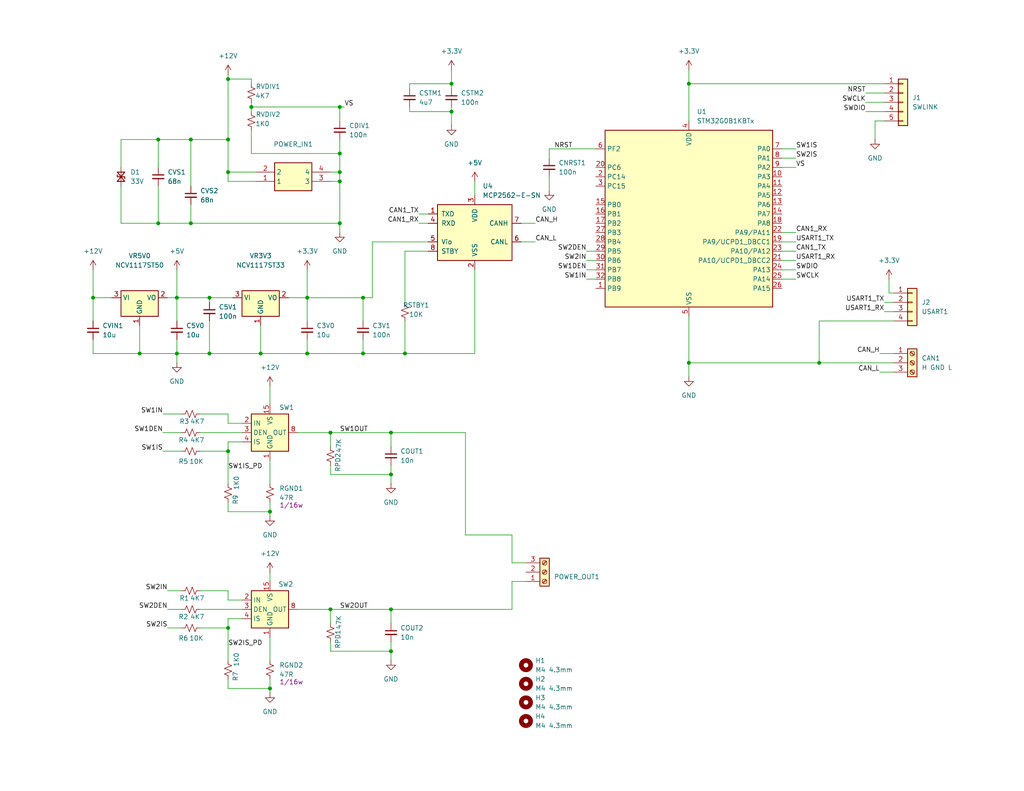
<source format=kicad_sch>
(kicad_sch (version 20250114) (generator "eeschema") (generator_version "9.0")
  (paper "USLetter")
  (title_block (title "Smart Dual High Side Switch") (date "2026-01-18") (rev "001") (company "Gordon McLellan"))
  (lib_symbols
    (symbol "Connector:Screw_Terminal_01x03" (pin_names (offset 1.016) (hide yes))
      (property "Reference" "J" (at 0 5.08 0))
      (property "Value" "Screw_Terminal_01x03" (at 0 -5.08 0))
      (symbol "Screw_Terminal_01x03_1_1"
        (rectangle (start -1.27 3.81) (end 1.27 -3.81) (stroke (width 0.254)) (fill (type background)))
        (polyline (pts (xy -0.5334 2.8702) (xy 0.3302 2.032)) (stroke (width 0.1524)))
        (polyline (pts (xy -0.5334 0.3302) (xy 0.3302 -0.508)) (stroke (width 0.1524)))
        (polyline (pts (xy -0.5334 -2.2098) (xy 0.3302 -3.048)) (stroke (width 0.1524)))
        (polyline (pts (xy -0.3556 3.048) (xy 0.508 2.2098)) (stroke (width 0.1524)))
        (polyline (pts (xy -0.3556 0.508) (xy 0.508 -0.3302)) (stroke (width 0.1524)))
        (polyline (pts (xy -0.3556 -2.032) (xy 0.508 -2.8702)) (stroke (width 0.1524)))
        (circle (center 0 2.54) (radius 0.635) (stroke (width 0.1524)))
        (circle (center 0 0) (radius 0.635) (stroke (width 0.1524)))
        (circle (center 0 -2.54) (radius 0.635) (stroke (width 0.1524)))
        (pin passive line (at -5.08 2.54 0) (length 3.81) (name "Pin_1") (number "1"))
        (pin passive line (at -5.08 0 0) (length 3.81) (name "Pin_2") (number "2"))
        (pin passive line (at -5.08 -2.54 0) (length 3.81) (name "Pin_3") (number "3"))
      )
    )
    (symbol "Connector_Generic:Conn_01x04" (pin_names (offset 1.016) (hide yes))
      (property "Reference" "J" (at 0 5.08 0))
      (property "Value" "Conn_01x04" (at 0 -7.62 0))
      (symbol "Conn_01x04_1_1"
        (rectangle (start -1.27 3.81) (end 1.27 -6.35) (stroke (width 0.254)) (fill (type background)))
        (rectangle (start -1.27 2.667) (end 0 2.413) (stroke (width 0.1524)))
        (rectangle (start -1.27 0.127) (end 0 -0.127) (stroke (width 0.1524)))
        (rectangle (start -1.27 -2.413) (end 0 -2.667) (stroke (width 0.1524)))
        (rectangle (start -1.27 -4.953) (end 0 -5.207) (stroke (width 0.1524)))
        (pin passive line (at -5.08 2.54 0) (length 3.81) (name "Pin_1") (number "1"))
        (pin passive line (at -5.08 0 0) (length 3.81) (name "Pin_2") (number "2"))
        (pin passive line (at -5.08 -2.54 0) (length 3.81) (name "Pin_3") (number "3"))
        (pin passive line (at -5.08 -5.08 0) (length 3.81) (name "Pin_4") (number "4"))
      )
    )
    (symbol "Connector_Generic:Conn_01x05" (pin_names (offset 1.016) (hide yes))
      (property "Reference" "J" (at 0 7.62 0))
      (property "Value" "Conn_01x05" (at 0 -7.62 0))
      (symbol "Conn_01x05_1_1"
        (rectangle (start -1.27 6.35) (end 1.27 -6.35) (stroke (width 0.254)) (fill (type background)))
        (rectangle (start -1.27 5.207) (end 0 4.953) (stroke (width 0.1524)))
        (rectangle (start -1.27 2.667) (end 0 2.413) (stroke (width 0.1524)))
        (rectangle (start -1.27 0.127) (end 0 -0.127) (stroke (width 0.1524)))
        (rectangle (start -1.27 -2.413) (end 0 -2.667) (stroke (width 0.1524)))
        (rectangle (start -1.27 -4.953) (end 0 -5.207) (stroke (width 0.1524)))
        (pin passive line (at -5.08 5.08 0) (length 3.81) (name "Pin_1") (number "1"))
        (pin passive line (at -5.08 2.54 0) (length 3.81) (name "Pin_2") (number "2"))
        (pin passive line (at -5.08 0 0) (length 3.81) (name "Pin_3") (number "3"))
        (pin passive line (at -5.08 -2.54 0) (length 3.81) (name "Pin_4") (number "4"))
        (pin passive line (at -5.08 -5.08 0) (length 3.81) (name "Pin_5") (number "5"))
      )
    )
    (symbol "Device:C_Small" (pin_numbers (hide yes)) (pin_names (offset 0.254) (hide yes))
      (property "Reference" "C" (at 0.254 1.778 0))
      (property "Value" "C_Small" (at 0.254 -2.032 0))
      (symbol "C_Small_0_1"
        (polyline (pts (xy -1.524 0.508) (xy 1.524 0.508)) (stroke (width 0.3048)))
        (polyline (pts (xy -1.524 -0.508) (xy 1.524 -0.508)) (stroke (width 0.3302)))
      )
      (symbol "C_Small_1_1"
        (pin passive line (at 0 2.54 270) (length 2.032) (name "~") (number "1"))
        (pin passive line (at 0 -2.54 90) (length 2.032) (name "~") (number "2"))
      )
    )
    (symbol "Device:D_TVS_Small" (pin_numbers (hide yes)) (pin_names (offset 1.016) (hide yes))
      (property "Reference" "D" (at 0 2.54 0))
      (property "Value" "D_TVS_Small" (at 0 -2.54 0))
      (symbol "D_TVS_Small_0_1"
        (polyline (pts (xy -1.27 1.016) (xy -1.27 -1.016) (xy 1.27 1.016) (xy 1.27 -1.016) (xy -1.27 1.016)) (stroke (width 0.254)))
        (polyline (pts (xy -1.27 0) (xy 1.27 0)))
        (polyline (pts (xy 0.508 1.016) (xy 0 1.016) (xy 0 -1.016) (xy -0.508 -1.016)) (stroke (width 0.254)))
      )
      (symbol "D_TVS_Small_1_1"
        (pin passive line (at -2.54 0 0) (length 1.27) (name "A1") (number "1"))
        (pin passive line (at 2.54 0 180) (length 1.27) (name "A2") (number "2"))
      )
    )
    (symbol "Device:R_Small_US" (pin_numbers (hide yes)) (pin_names (offset 0.254) (hide yes))
      (property "Reference" "R" (at 0.762 0.508 0))
      (property "Value" "R_Small_US" (at 0.762 -1.016 0))
      (symbol "R_Small_US_1_1"
        (polyline (pts (xy 0 1.524) (xy 1.016 1.143) (xy 0 0.762) (xy -1.016 0.381) (xy 0 0)))
        (polyline (pts (xy 0 0) (xy 1.016 -0.381) (xy 0 -0.762) (xy -1.016 -1.143) (xy 0 -1.524)))
        (pin passive line (at 0 2.54 270) (length 1.016) (name "~") (number "1"))
        (pin passive line (at 0 -2.54 90) (length 1.016) (name "~") (number "2"))
      )
    )
    (symbol "Interface_CAN_LIN:MCP2562-E-SN" (pin_names (offset 1.016))
      (property "Reference" "U" (at -10.16 8.89 0))
      (property "Value" "MCP2562-E-SN" (at 2.54 8.89 0))
      (symbol "MCP2562-E-SN_0_1"
        (rectangle (start -10.16 7.62) (end 10.16 -7.62) (stroke (width 0.254)) (fill (type background)))
      )
      (symbol "MCP2562-E-SN_1_1"
        (pin input line (at -12.7 5.08 0) (length 2.54) (name "TXD") (number "1"))
        (pin output line (at -12.7 2.54 0) (length 2.54) (name "RXD") (number "4"))
        (pin power_in line (at -12.7 -2.54 0) (length 2.54) (name "Vio") (number "5"))
        (pin input line (at -12.7 -5.08 0) (length 2.54) (name "STBY") (number "8"))
        (pin power_in line (at 0 10.16 270) (length 2.54) (name "VDD") (number "3"))
        (pin power_in line (at 0 -10.16 90) (length 2.54) (name "VSS") (number "2"))
        (pin bidirectional line (at 12.7 2.54 180) (length 2.54) (name "CANH") (number "7"))
        (pin bidirectional line (at 12.7 -2.54 180) (length 2.54) (name "CANL") (number "6"))
      )
    )
    (symbol "MCU_ST_STM32G0:STM32G0B1KBTx"
      (property "Reference" "U" (at -22.86 26.67 0))
      (property "Value" "STM32G0B1KBTx" (at 2.54 26.67 0))
      (symbol "STM32G0B1KBTx_0_1"
        (rectangle (start -22.86 -22.86) (end 22.86 25.4) (stroke (width 0.254)) (fill (type background)))
      )
      (symbol "STM32G0B1KBTx_1_1"
        (pin bidirectional line (at -25.4 20.32 0) (length 2.54) (name "PF2") (number "6"))
        (pin bidirectional line (at -25.4 15.24 0) (length 2.54) (name "PC6") (number "20"))
        (pin bidirectional line (at -25.4 12.7 0) (length 2.54) (name "PC14") (number "2"))
        (pin bidirectional line (at -25.4 10.16 0) (length 2.54) (name "PC15") (number "3"))
        (pin bidirectional line (at -25.4 5.08 0) (length 2.54) (name "PB0") (number "15"))
        (pin bidirectional line (at -25.4 2.54 0) (length 2.54) (name "PB1") (number "16"))
        (pin bidirectional line (at -25.4 0 0) (length 2.54) (name "PB2") (number "17"))
        (pin bidirectional line (at -25.4 -2.54 0) (length 2.54) (name "PB3") (number "27"))
        (pin bidirectional line (at -25.4 -5.08 0) (length 2.54) (name "PB4") (number "28"))
        (pin bidirectional line (at -25.4 -7.62 0) (length 2.54) (name "PB5") (number "29"))
        (pin bidirectional line (at -25.4 -10.16 0) (length 2.54) (name "PB6") (number "30"))
        (pin bidirectional line (at -25.4 -12.7 0) (length 2.54) (name "PB7") (number "31"))
        (pin bidirectional line (at -25.4 -15.24 0) (length 2.54) (name "PB8") (number "32"))
        (pin bidirectional line (at -25.4 -17.78 0) (length 2.54) (name "PB9") (number "1"))
        (pin power_in line (at 0 27.94 270) (length 2.54) (name "VDD") (number "4"))
        (pin power_in line (at 0 -25.4 90) (length 2.54) (name "VSS") (number "5"))
        (pin bidirectional line (at 25.4 20.32 180) (length 2.54) (name "PA0") (number "7"))
        (pin bidirectional line (at 25.4 17.78 180) (length 2.54) (name "PA1") (number "8"))
        (pin bidirectional line (at 25.4 15.24 180) (length 2.54) (name "PA2") (number "9"))
        (pin bidirectional line (at 25.4 12.7 180) (length 2.54) (name "PA3") (number "10"))
        (pin bidirectional line (at 25.4 10.16 180) (length 2.54) (name "PA4") (number "11"))
        (pin bidirectional line (at 25.4 7.62 180) (length 2.54) (name "PA5") (number "12"))
        (pin bidirectional line (at 25.4 5.08 180) (length 2.54) (name "PA6") (number "13"))
        (pin bidirectional line (at 25.4 2.54 180) (length 2.54) (name "PA7") (number "14"))
        (pin bidirectional line (at 25.4 0 180) (length 2.54) (name "PA8") (number "18"))
        (pin bidirectional line (at 25.4 -2.54 180) (length 2.54) (name "PA9/PA11") (number "22"))
        (pin bidirectional line (at 25.4 -5.08 180) (length 2.54) (name "PA9/UCPD1_DBCC1") (number "19"))
        (pin bidirectional line (at 25.4 -7.62 180) (length 2.54) (name "PA10/PA12") (number "23"))
        (pin bidirectional line (at 25.4 -10.16 180) (length 2.54) (name "PA10/UCPD1_DBCC2") (number "21"))
        (pin bidirectional line (at 25.4 -12.7 180) (length 2.54) (name "PA13") (number "24"))
        (pin bidirectional line (at 25.4 -15.24 180) (length 2.54) (name "PA14") (number "25"))
        (pin bidirectional line (at 25.4 -17.78 180) (length 2.54) (name "PA15") (number "26"))
      )
    )
    (symbol "Mechanical:MountingHole" (pin_names (offset 1.016)) (in_bom no)
      (property "Reference" "H" (at 0 5.08 0))
      (property "Value" "MountingHole" (at 0 3.175 0))
      (symbol "MountingHole_0_1"
        (circle (center 0 0) (radius 1.27) (stroke (width 1.27)))
      )
    )
    (symbol "PCM_SparkFun-Regulator:LM1117-3.3"
      (property "Reference" "U" (at -3.81 3.175 0))
      (property "Value" "LM1117-3.3" (at 0 3.175 0))
      (property "VMax" "15V" (at 0 -10.16 0) (show_name))
      (property "IMax" "800mA" (at 0 -12.7 0) (show_name))
      (symbol "LM1117-3.3_0_1"
        (rectangle (start -5.08 -5.08) (end 5.08 1.905) (stroke (width 0.254)) (fill (type background)))
      )
      (symbol "LM1117-3.3_1_1"
        (pin power_in line (at -7.62 0 0) (length 2.54) (name "VI") (number "3"))
        (pin power_in line (at 0 -7.62 90) (length 2.54) (name "GND") (number "1"))
        (pin power_out line (at 7.62 0 180) (length 2.54) (name "VO") (number "2"))
      )
    )
    (symbol "Power_Management:BTS7004-1EPP"
      (property "Reference" "U" (at -3.81 6.35 0))
      (property "Value" "BTS7004-1EPP" (at 7.62 6.35 0))
      (symbol "BTS7004-1EPP_0_1"
        (rectangle (start -5.08 5.08) (end 5.08 -5.08) (stroke (width 0.254)) (fill (type background)))
      )
      (symbol "BTS7004-1EPP_1_1"
        (pin input line (at -7.62 2.54 0) (length 2.54) (name "IN") (number "2"))
        (pin input line (at -7.62 0 0) (length 2.54) (name "DEN") (number "3"))
        (pin output line (at -7.62 -2.54 0) (length 2.54) (name "IS") (number "4"))
        (pin power_in line (at 0 7.62 270) (length 2.54) (name "VS") (number "15"))
        (pin power_in line (at 0 -7.62 90) (length 2.54) (name "GND") (number "1"))
        (pin no_connect line (at 5.08 5.08 180) (length 2.54) (hide yes) (name "NC") (number "5"))
        (pin no_connect line (at 5.08 2.54 180) (length 2.54) (hide yes) (name "NC") (number "6"))
        (pin no_connect line (at 5.08 -2.54 180) (length 2.54) (hide yes) (name "NC") (number "7"))
        (pin no_connect line (at 5.08 -5.08 180) (length 2.54) (hide yes) (name "NC") (number "11"))
        (pin passive line (at 7.62 0 180) (length 2.54) (hide yes) (name "OUT") (number "10"))
        (pin passive line (at 7.62 0 180) (length 2.54) (hide yes) (name "OUT") (number "12"))
        (pin passive line (at 7.62 0 180) (length 2.54) (hide yes) (name "OUT") (number "13"))
        (pin passive line (at 7.62 0 180) (length 2.54) (hide yes) (name "OUT") (number "14"))
        (pin power_out line (at 7.62 0 180) (length 2.54) (name "OUT") (number "8"))
        (pin passive line (at 7.62 0 180) (length 2.54) (hide yes) (name "OUT") (number "9"))
      )
    )
    (symbol "SamacSys_Parts:VP0265840000G"
      (property "Reference" "J" (at 16.51 7.62 0))
      (property "Value" "VP0265840000G" (at 16.51 5.08 0))
      (symbol "VP0265840000G_1_1"
        (rectangle (start 5.08 2.54) (end 15.24 -5.08) (stroke (width 0.254)) (fill (type background)))
        (pin passive line (at 0 0 0) (length 5.08) (name "2") (number "2"))
        (pin passive line (at 0 -2.54 0) (length 5.08) (name "1") (number "1"))
        (pin passive line (at 20.32 0 180) (length 5.08) (name "4") (number "4"))
        (pin passive line (at 20.32 -2.54 180) (length 5.08) (name "3") (number "3"))
      )
    )
    (symbol "power:+12V" (power) (pin_numbers (hide yes)) (pin_names (offset 0) (hide yes))
      (property "Value" "+12V" (at 0 3.556 0))
      (symbol "+12V_0_1"
        (polyline (pts (xy -0.762 1.27) (xy 0 2.54)))
        (polyline (pts (xy 0 2.54) (xy 0.762 1.27)))
        (polyline (pts (xy 0 0) (xy 0 2.54)))
      )
      (symbol "+12V_1_1"
        (pin power_in line (at 0 0 90) (length 0) (name "~") (number "1"))
      )
    )
    (symbol "power:+3.3V" (power) (pin_numbers (hide yes)) (pin_names (offset 0) (hide yes))
      (property "Value" "+3.3V" (at 0 3.556 0))
      (symbol "+3.3V_0_1"
        (polyline (pts (xy -0.762 1.27) (xy 0 2.54)))
        (polyline (pts (xy 0 2.54) (xy 0.762 1.27)))
        (polyline (pts (xy 0 0) (xy 0 2.54)))
      )
      (symbol "+3.3V_1_1"
        (pin power_in line (at 0 0 90) (length 0) (name "~") (number "1"))
      )
    )
    (symbol "power:+5V" (power) (pin_numbers (hide yes)) (pin_names (offset 0) (hide yes))
      (property "Value" "+5V" (at 0 3.556 0))
      (symbol "+5V_0_1"
        (polyline (pts (xy -0.762 1.27) (xy 0 2.54)))
        (polyline (pts (xy 0 2.54) (xy 0.762 1.27)))
        (polyline (pts (xy 0 0) (xy 0 2.54)))
      )
      (symbol "+5V_1_1"
        (pin power_in line (at 0 0 90) (length 0) (name "~") (number "1"))
      )
    )
    (symbol "power:GND" (power) (pin_numbers (hide yes)) (pin_names (offset 0) (hide yes))
      (property "Value" "GND" (at 0 -3.81 0))
      (symbol "GND_0_1"
        (polyline (pts (xy 0 0) (xy 0 -1.27) (xy 1.27 -1.27) (xy 0 -2.54) (xy -1.27 -1.27) (xy 0 -1.27)))
      )
      (symbol "GND_1_1"
        (pin power_in line (at 0 0 270) (length 0) (name "~") (number "1"))
      )
    )
  )
  (junction (at 92.71 41.91))
  (junction (at 83.82 96.52))
  (junction (at 99.06 81.28))
  (junction (at 43.18 38.1))
  (junction (at 62.23 21.59))
  (junction (at 187.96 22.86))
  (junction (at 62.23 38.1))
  (junction (at 90.17 118.11))
  (junction (at 90.17 166.37))
  (junction (at 92.71 29.21))
  (junction (at 48.26 96.52))
  (junction (at 123.19 30.48))
  (junction (at 92.71 60.96))
  (junction (at 52.07 38.1))
  (junction (at 48.26 81.28))
  (junction (at 62.23 171.45))
  (junction (at 106.68 129.54))
  (junction (at 62.23 123.19))
  (junction (at 73.66 139.7))
  (junction (at 25.4 81.28))
  (junction (at 38.1 96.52))
  (junction (at 223.52 99.06))
  (junction (at 92.71 49.53))
  (junction (at 57.15 81.28))
  (junction (at 73.66 187.96))
  (junction (at 187.96 99.06))
  (junction (at 106.68 118.11))
  (junction (at 62.23 46.99))
  (junction (at 106.68 166.37))
  (junction (at 99.06 96.52))
  (junction (at 110.49 96.52))
  (junction (at 57.15 96.52))
  (junction (at 92.71 46.99))
  (junction (at 52.07 60.96))
  (junction (at 43.18 60.96))
  (junction (at 123.19 22.86))
  (junction (at 106.68 177.8))
  (junction (at 68.58 29.21))
  (junction (at 71.12 96.52))
  (junction (at 83.82 81.28))
  (wire (pts (xy 68.58 22.86) (xy 68.58 21.59)))
  (wire (pts (xy 62.23 123.19) (xy 62.23 120.65)))
  (wire (pts (xy 187.96 99.06) (xy 187.96 102.87)))
  (wire (pts (xy 62.23 123.19) (xy 62.23 132.08)))
  (wire (pts (xy 90.17 49.53) (xy 92.71 49.53)))
  (wire (pts (xy 83.82 81.28) (xy 83.82 87.63)))
  (wire (pts (xy 223.52 87.63) (xy 223.52 99.06)))
  (wire (pts (xy 44.45 123.19) (xy 49.53 123.19)))
  (wire (pts (xy 99.06 81.28) (xy 83.82 81.28)))
  (wire (pts (xy 236.22 30.48) (xy 241.3 30.48)))
  (wire (pts (xy 33.02 38.1) (xy 43.18 38.1)))
  (wire (pts (xy 241.3 85.09) (xy 243.84 85.09)))
  (wire (pts (xy 116.84 66.04) (xy 101.6 66.04)))
  (wire (pts (xy 99.06 96.52) (xy 110.49 96.52)))
  (wire (pts (xy 106.68 166.37) (xy 139.7 166.37)))
  (wire (pts (xy 123.19 22.86) (xy 123.19 24.13)))
  (wire (pts (xy 52.07 60.96) (xy 92.71 60.96)))
  (wire (pts (xy 81.28 118.11) (xy 90.17 118.11)))
  (wire (pts (xy 68.58 27.94) (xy 68.58 29.21)))
  (wire (pts (xy 62.23 187.96) (xy 73.66 187.96)))
  (wire (pts (xy 90.17 118.11) (xy 106.68 118.11)))
  (wire (pts (xy 114.3 58.42) (xy 116.84 58.42)))
  (wire (pts (xy 73.66 156.21) (xy 73.66 158.75)))
  (wire (pts (xy 62.23 137.16) (xy 62.23 139.7)))
  (wire (pts (xy 111.76 30.48) (xy 123.19 30.48)))
  (wire (pts (xy 73.66 185.42) (xy 73.66 187.96)))
  (wire (pts (xy 101.6 66.04) (xy 101.6 81.28)))
  (wire (pts (xy 54.61 118.11) (xy 66.04 118.11)))
  (wire (pts (xy 30.48 81.28) (xy 25.4 81.28)))
  (wire (pts (xy 54.61 171.45) (xy 62.23 171.45)))
  (wire (pts (xy 48.26 96.52) (xy 48.26 99.06)))
  (wire (pts (xy 57.15 87.63) (xy 57.15 96.52)))
  (wire (pts (xy 54.61 166.37) (xy 66.04 166.37)))
  (wire (pts (xy 129.54 96.52) (xy 129.54 73.66)))
  (wire (pts (xy 68.58 29.21) (xy 92.71 29.21)))
  (wire (pts (xy 106.68 177.8) (xy 106.68 180.34)))
  (wire (pts (xy 33.02 60.96) (xy 43.18 60.96)))
  (wire (pts (xy 48.26 81.28) (xy 48.26 87.63)))
  (wire (pts (xy 240.03 96.52) (xy 243.84 96.52)))
  (wire (pts (xy 101.6 81.28) (xy 99.06 81.28)))
  (wire (pts (xy 68.58 29.21) (xy 68.58 30.48)))
  (wire (pts (xy 187.96 22.86) (xy 187.96 33.02)))
  (wire (pts (xy 90.17 129.54) (xy 106.68 129.54)))
  (wire (pts (xy 238.76 33.02) (xy 238.76 38.1)))
  (wire (pts (xy 83.82 81.28) (xy 83.82 73.66)))
  (wire (pts (xy 62.23 38.1) (xy 62.23 46.99)))
  (wire (pts (xy 139.7 158.75) (xy 143.51 158.75)))
  (wire (pts (xy 149.86 40.64) (xy 162.56 40.64)))
  (wire (pts (xy 62.23 21.59) (xy 68.58 21.59)))
  (wire (pts (xy 71.12 88.9) (xy 71.12 96.52)))
  (wire (pts (xy 73.66 137.16) (xy 73.66 139.7)))
  (wire (pts (xy 62.23 46.99) (xy 69.85 46.99)))
  (wire (pts (xy 213.36 45.72) (xy 217.17 45.72)))
  (wire (pts (xy 213.36 63.5) (xy 217.17 63.5)))
  (wire (pts (xy 90.17 118.11) (xy 90.17 121.92)))
  (wire (pts (xy 142.24 60.96) (xy 146.05 60.96)))
  (wire (pts (xy 243.84 87.63) (xy 223.52 87.63)))
  (wire (pts (xy 213.36 71.12) (xy 217.17 71.12)))
  (wire (pts (xy 78.74 81.28) (xy 83.82 81.28)))
  (wire (pts (xy 33.02 38.1) (xy 33.02 45.72)))
  (wire (pts (xy 92.71 29.21) (xy 93.98 29.21)))
  (wire (pts (xy 73.66 187.96) (xy 73.66 189.23)))
  (wire (pts (xy 81.28 166.37) (xy 90.17 166.37)))
  (wire (pts (xy 99.06 92.71) (xy 99.06 96.52)))
  (wire (pts (xy 62.23 46.99) (xy 62.23 49.53)))
  (wire (pts (xy 25.4 92.71) (xy 25.4 96.52)))
  (wire (pts (xy 149.86 48.26) (xy 149.86 52.07)))
  (wire (pts (xy 54.61 161.29) (xy 62.23 161.29)))
  (wire (pts (xy 213.36 76.2) (xy 217.17 76.2)))
  (wire (pts (xy 160.02 71.12) (xy 162.56 71.12)))
  (wire (pts (xy 213.36 66.04) (xy 217.17 66.04)))
  (wire (pts (xy 99.06 81.28) (xy 99.06 87.63)))
  (wire (pts (xy 73.66 173.99) (xy 73.66 180.34)))
  (wire (pts (xy 68.58 41.91) (xy 92.71 41.91)))
  (wire (pts (xy 38.1 88.9) (xy 38.1 96.52)))
  (wire (pts (xy 62.23 49.53) (xy 69.85 49.53)))
  (wire (pts (xy 45.72 171.45) (xy 49.53 171.45)))
  (wire (pts (xy 236.22 25.4) (xy 241.3 25.4)))
  (wire (pts (xy 90.17 177.8) (xy 106.68 177.8)))
  (wire (pts (xy 68.58 35.56) (xy 68.58 41.91)))
  (wire (pts (xy 111.76 22.86) (xy 123.19 22.86)))
  (wire (pts (xy 73.66 125.73) (xy 73.66 132.08)))
  (wire (pts (xy 127 146.05) (xy 127 118.11)))
  (wire (pts (xy 52.07 38.1) (xy 62.23 38.1)))
  (wire (pts (xy 90.17 127) (xy 90.17 129.54)))
  (wire (pts (xy 83.82 96.52) (xy 83.82 92.71)))
  (wire (pts (xy 110.49 96.52) (xy 110.49 87.63)))
  (wire (pts (xy 57.15 81.28) (xy 57.15 82.55)))
  (wire (pts (xy 241.3 33.02) (xy 238.76 33.02)))
  (wire (pts (xy 62.23 139.7) (xy 73.66 139.7)))
  (wire (pts (xy 90.17 166.37) (xy 90.17 170.18)))
  (wire (pts (xy 127 118.11) (xy 106.68 118.11)))
  (wire (pts (xy 92.71 60.96) (xy 92.71 63.5)))
  (wire (pts (xy 240.03 101.6) (xy 243.84 101.6)))
  (wire (pts (xy 241.3 82.55) (xy 243.84 82.55)))
  (wire (pts (xy 73.66 139.7) (xy 73.66 140.97)))
  (wire (pts (xy 25.4 96.52) (xy 38.1 96.52)))
  (wire (pts (xy 142.24 66.04) (xy 146.05 66.04)))
  (wire (pts (xy 62.23 163.83) (xy 66.04 163.83)))
  (wire (pts (xy 213.36 73.66) (xy 217.17 73.66)))
  (wire (pts (xy 106.68 175.26) (xy 106.68 177.8)))
  (wire (pts (xy 43.18 50.8) (xy 43.18 60.96)))
  (wire (pts (xy 123.19 30.48) (xy 123.19 34.29)))
  (wire (pts (xy 62.23 113.03) (xy 62.23 115.57)))
  (wire (pts (xy 44.45 113.03) (xy 49.53 113.03)))
  (wire (pts (xy 106.68 118.11) (xy 106.68 121.92)))
  (wire (pts (xy 62.23 120.65) (xy 66.04 120.65)))
  (wire (pts (xy 106.68 166.37) (xy 106.68 170.18)))
  (wire (pts (xy 139.7 153.67) (xy 139.7 146.05)))
  (wire (pts (xy 213.36 40.64) (xy 217.17 40.64)))
  (wire (pts (xy 90.17 175.26) (xy 90.17 177.8)))
  (wire (pts (xy 54.61 113.03) (xy 62.23 113.03)))
  (wire (pts (xy 25.4 81.28) (xy 25.4 87.63)))
  (wire (pts (xy 48.26 81.28) (xy 57.15 81.28)))
  (wire (pts (xy 57.15 96.52) (xy 71.12 96.52)))
  (wire (pts (xy 45.72 81.28) (xy 48.26 81.28)))
  (wire (pts (xy 127 146.05) (xy 139.7 146.05)))
  (wire (pts (xy 110.49 68.58) (xy 110.49 82.55)))
  (wire (pts (xy 92.71 46.99) (xy 90.17 46.99)))
  (wire (pts (xy 83.82 96.52) (xy 99.06 96.52)))
  (wire (pts (xy 139.7 153.67) (xy 143.51 153.67)))
  (wire (pts (xy 62.23 171.45) (xy 62.23 180.34)))
  (wire (pts (xy 62.23 161.29) (xy 62.23 163.83)))
  (wire (pts (xy 160.02 68.58) (xy 162.56 68.58)))
  (wire (pts (xy 48.26 73.66) (xy 48.26 81.28)))
  (wire (pts (xy 92.71 41.91) (xy 92.71 46.99)))
  (wire (pts (xy 111.76 24.13) (xy 111.76 22.86)))
  (wire (pts (xy 62.23 20.32) (xy 62.23 21.59)))
  (wire (pts (xy 243.84 80.01) (xy 242.57 80.01)))
  (wire (pts (xy 43.18 60.96) (xy 52.07 60.96)))
  (wire (pts (xy 187.96 99.06) (xy 223.52 99.06)))
  (wire (pts (xy 48.26 96.52) (xy 57.15 96.52)))
  (wire (pts (xy 160.02 76.2) (xy 162.56 76.2)))
  (wire (pts (xy 213.36 68.58) (xy 217.17 68.58)))
  (wire (pts (xy 43.18 38.1) (xy 52.07 38.1)))
  (wire (pts (xy 54.61 123.19) (xy 62.23 123.19)))
  (wire (pts (xy 149.86 40.64) (xy 149.86 43.18)))
  (wire (pts (xy 106.68 127) (xy 106.68 129.54)))
  (wire (pts (xy 62.23 171.45) (xy 62.23 168.91)))
  (wire (pts (xy 223.52 99.06) (xy 243.84 99.06)))
  (wire (pts (xy 92.71 49.53) (xy 92.71 60.96)))
  (wire (pts (xy 71.12 96.52) (xy 83.82 96.52)))
  (wire (pts (xy 33.02 50.8) (xy 33.02 60.96)))
  (wire (pts (xy 114.3 60.96) (xy 116.84 60.96)))
  (wire (pts (xy 242.57 76.2) (xy 242.57 80.01)))
  (wire (pts (xy 139.7 158.75) (xy 139.7 166.37)))
  (wire (pts (xy 90.17 166.37) (xy 106.68 166.37)))
  (wire (pts (xy 73.66 105.41) (xy 73.66 110.49)))
  (wire (pts (xy 116.84 68.58) (xy 110.49 68.58)))
  (wire (pts (xy 52.07 55.88) (xy 52.07 60.96)))
  (wire (pts (xy 45.72 161.29) (xy 49.53 161.29)))
  (wire (pts (xy 123.19 29.21) (xy 123.19 30.48)))
  (wire (pts (xy 44.45 118.11) (xy 49.53 118.11)))
  (wire (pts (xy 187.96 19.05) (xy 187.96 22.86)))
  (wire (pts (xy 45.72 166.37) (xy 49.53 166.37)))
  (wire (pts (xy 92.71 38.1) (xy 92.71 41.91)))
  (wire (pts (xy 52.07 38.1) (xy 52.07 50.8)))
  (wire (pts (xy 111.76 29.21) (xy 111.76 30.48)))
  (wire (pts (xy 213.36 43.18) (xy 217.17 43.18)))
  (wire (pts (xy 92.71 29.21) (xy 92.71 33.02)))
  (wire (pts (xy 106.68 129.54) (xy 106.68 132.08)))
  (wire (pts (xy 160.02 73.66) (xy 162.56 73.66)))
  (wire (pts (xy 236.22 27.94) (xy 241.3 27.94)))
  (wire (pts (xy 123.19 19.05) (xy 123.19 22.86)))
  (wire (pts (xy 129.54 49.53) (xy 129.54 53.34)))
  (wire (pts (xy 25.4 81.28) (xy 25.4 73.66)))
  (wire (pts (xy 187.96 22.86) (xy 241.3 22.86)))
  (wire (pts (xy 62.23 115.57) (xy 66.04 115.57)))
  (wire (pts (xy 57.15 81.28) (xy 63.5 81.28)))
  (wire (pts (xy 62.23 185.42) (xy 62.23 187.96)))
  (wire (pts (xy 187.96 86.36) (xy 187.96 99.06)))
  (wire (pts (xy 48.26 92.71) (xy 48.26 96.52)))
  (wire (pts (xy 38.1 96.52) (xy 48.26 96.52)))
  (wire (pts (xy 43.18 38.1) (xy 43.18 45.72)))
  (wire (pts (xy 62.23 21.59) (xy 62.23 38.1)))
  (wire (pts (xy 62.23 168.91) (xy 66.04 168.91)))
  (wire (pts (xy 92.71 46.99) (xy 92.71 49.53)))
  (wire (pts (xy 110.49 96.52) (xy 129.54 96.52)))
  (label "VS" (at 217.17 45.72 0))
  (label "VS" (at 93.98 29.21 0))
  (label "CAN1_TX" (at 217.17 68.58 0))
  (label "NRST" (at 236.22 25.4 180))
  (label "SW2IN" (at 45.72 161.29 180))
  (label "SW1DEN" (at 160.02 73.66 180))
  (label "CAN1_RX" (at 217.17 63.5 0))
  (label "SW1OUT" (at 92.71 118.11 0))
  (label "CAN1_RX" (at 114.3 60.96 180))
  (label "SWCLK" (at 217.17 76.2 0))
  (label "SW2IS_PD" (at 62.23 176.53 0))
  (label "SWDIO" (at 236.22 30.48 180))
  (label "CAN_H" (at 146.05 60.96 0))
  (label "SW1IN" (at 44.45 113.03 180))
  (label "SW1IN" (at 160.02 76.2 180))
  (label "USART1_RX" (at 241.3 85.09 180))
  (label "CAN_H" (at 240.03 96.52 180))
  (label "SW2OUT" (at 92.71 166.37 0))
  (label "SW1DEN" (at 44.45 118.11 180))
  (label "USART1_TX" (at 241.3 82.55 180))
  (label "NRST" (at 156.21 40.64 180))
  (label "CAN_L" (at 240.03 101.6 180))
  (label "CAN_L" (at 146.05 66.04 0))
  (label "SW2DEN" (at 160.02 68.58 180))
  (label "SW2DEN" (at 45.72 166.37 180))
  (label "SW1IS" (at 217.17 40.64 0))
  (label "SWCLK" (at 236.22 27.94 180))
  (label "SW1IS_PD" (at 62.23 128.27 0))
  (label "SWDIO" (at 217.17 73.66 0))
  (label "SW2IS" (at 45.72 171.45 180))
  (label "USART1_RX" (at 217.17 71.12 0))
  (label "CAN1_TX" (at 114.3 58.42 180))
  (label "SW2IS" (at 217.17 43.18 0))
  (label "SW2IN" (at 160.02 71.12 180))
  (label "USART1_TX" (at 217.17 66.04 0))
  (label "SW1IS" (at 44.45 123.19 180))
  (symbol (lib_id "Connector:Screw_Terminal_01x03") (at 148.59 156.21 0) (mirror x) (unit 1)
    (property "Reference" "POWER_OUT1" (at 151.13 157.4801 0) (effects (justify left)))
    (property "Footprint" "TerminalBlock_Phoenix:TerminalBlock_Phoenix_MKDS-1,5-3-5.08_1x03_P5.08mm_Horizontal" (effects (hide yes)))
    (property "Description" "Generic screw terminal, single row, 01x03, script generated (kicad-library-utils/schlib/autogen/connector/)" (effects (hide yes)))
  )
  (symbol (lib_id "power:+5V") (at 48.26 73.66 0) (unit 1)
    (property "Reference" "#PWR012" (effects (hide yes)))
    (property "Value" "+5V" (at 48.26 68.58 0))
    (property "Description" "Power symbol creates a global label with name \"+5V\"" (effects (hide yes)))
  )
  (symbol (lib_id "Mechanical:MountingHole") (at 143.51 196.85 0) (unit 1) (in_bom no)
    (property "Reference" "H4" (at 146.05 195.5799 0) (effects (justify left)))
    (property "Value" "M4 4.3mm" (at 146.05 198.1199 0) (effects (justify left)))
    (property "Footprint" "MountingHole:MountingHole_4.3mm_M4" (effects (hide yes)))
    (property "Description" "Mounting Hole without connection" (effects (hide yes)))
  )
  (symbol (lib_id "Power_Management:BTS7004-1EPP") (at 73.66 166.37 0) (unit 1)
    (property "Reference" "SW2" (at 77.978 159.512 0))
    (property "Value" "BTS7002-1EPP" (effects (hide yes)))
    (property "Footprint" "SamacSys_Parts:SOP65P600X115-15N" (effects (hide yes)))
    (property "Datasheet" "https://mm.digikey.com/Volume0/opasdata/d220001/medias/docus/743/BTS7002-1EPP_v1.03_4-29-19.pdf" (effects (hide yes)))
    (property "Description" "Smart High-Side Power Switch, PROFET, One Channel, 12V, 21A" (effects (hide yes)))
  )
  (symbol (lib_id "Device:C_Small") (at 92.71 35.56 0) (unit 1)
    (property "Reference" "CDIV1" (at 95.25 34.2962 0) (effects (justify left)))
    (property "Value" "100n" (at 95.25 36.8362 0) (effects (justify left)))
    (property "Footprint" "Capacitor_SMD:C_0603_1608Metric_Pad1.08x0.95mm_HandSolder" (effects (hide yes)))
    (property "Description" "Unpolarized capacitor, small symbol" (effects (hide yes)))
  )
  (symbol (lib_id "power:GND") (at 106.68 132.08 0) (unit 1)
    (property "Reference" "#PWR07" (effects (hide yes)))
    (property "Value" "GND" (at 106.68 137.16 0))
    (property "Description" "Power symbol creates a global label with name \"GND\" , ground" (effects (hide yes)))
  )
  (symbol (lib_id "power:+12V") (at 25.4 73.66 0) (unit 1)
    (property "Reference" "#PWR011" (effects (hide yes)))
    (property "Value" "+12V" (at 25.4 68.58 0))
    (property "Description" "Power symbol creates a global label with name \"+12V\"" (effects (hide yes)))
  )
  (symbol (lib_id "Power_Management:BTS7004-1EPP") (at 73.66 118.11 0) (unit 1)
    (property "Reference" "SW1" (at 78.232 111.252 0))
    (property "Value" "BTS7002-1EPP" (effects (hide yes)))
    (property "Footprint" "SamacSys_Parts:SOP65P600X115-15N" (effects (hide yes)))
    (property "Datasheet" "https://mm.digikey.com/Volume0/opasdata/d220001/medias/docus/743/BTS7002-1EPP_v1.03_4-29-19.pdf" (effects (hide yes)))
    (property "Description" "Smart High-Side Power Switch, PROFET, One Channel, 12V, 21A" (effects (hide yes)))
  )
  (symbol (lib_id "Device:R_Small_US") (at 73.66 182.88 0) (unit 1)
    (property "Reference" "RGND2" (at 76.2 181.6099 0) (effects (justify left)))
    (property "Value" "47R" (at 76.2 184.1499 0) (effects (justify left)))
    (property "Footprint" "Resistor_SMD:R_0603_1608Metric_Pad0.98x0.95mm_HandSolder" (effects (hide yes)))
    (property "Description" "Resistor, small US symbol" (effects (hide yes)))
    (property "Wattage" "1/16w" (at 79.502 186.182 0))
  )
  (symbol (lib_id "power:GND") (at 149.86 52.07 0) (unit 1)
    (property "Reference" "#PWR020" (effects (hide yes)))
    (property "Value" "GND" (at 149.86 57.15 0))
    (property "Description" "Power symbol creates a global label with name \"GND\" , ground" (effects (hide yes)))
  )
  (symbol (lib_id "Device:C_Small") (at 83.82 90.17 0) (unit 1)
    (property "Reference" "C3V0" (at 86.36 88.9062 0) (effects (justify left)))
    (property "Value" "10u" (at 86.36 91.4462 0) (effects (justify left)))
    (property "Footprint" "Capacitor_SMD:C_0805_2012Metric_Pad1.18x1.45mm_HandSolder" (effects (hide yes)))
    (property "Description" "Unpolarized capacitor, small symbol" (effects (hide yes)))
  )
  (symbol (lib_id "Device:R_Small_US") (at 110.49 85.09 180) (unit 1)
    (property "Reference" "RSTBY1" (at 113.538 83.312 0))
    (property "Value" "10K" (at 113.538 85.852 0))
    (property "Footprint" "Resistor_SMD:R_0603_1608Metric_Pad0.98x0.95mm_HandSolder" (effects (hide yes)))
    (property "Description" "Resistor, small US symbol" (effects (hide yes)))
  )
  (symbol (lib_id "power:+3.3V") (at 187.96 19.05 0) (unit 1)
    (property "Reference" "#PWR017" (effects (hide yes)))
    (property "Value" "+3.3V" (at 187.96 13.97 0))
    (property "Description" "Power symbol creates a global label with name \"+3.3V\"" (effects (hide yes)))
  )
  (symbol (lib_id "power:GND") (at 48.26 99.06 0) (unit 1)
    (property "Reference" "#PWR014" (effects (hide yes)))
    (property "Value" "GND" (at 48.26 104.14 0))
    (property "Description" "Power symbol creates a global label with name \"GND\" , ground" (effects (hide yes)))
  )
  (symbol (lib_id "Device:R_Small_US") (at 68.58 25.4 180) (unit 1)
    (property "Reference" "RVDIV1" (at 73.152 23.622 0))
    (property "Value" "4K7" (at 71.628 26.162 0))
    (property "Footprint" "Resistor_SMD:R_0603_1608Metric_Pad0.98x0.95mm_HandSolder" (effects (hide yes)))
    (property "Description" "Resistor, small US symbol" (effects (hide yes)))
  )
  (symbol (lib_id "Device:C_Small") (at 48.26 90.17 0) (unit 1)
    (property "Reference" "C5V0" (at 50.8 88.9062 0) (effects (justify left)))
    (property "Value" "10u" (at 50.8 91.4462 0) (effects (justify left)))
    (property "Footprint" "Capacitor_SMD:C_0805_2012Metric_Pad1.18x1.45mm_HandSolder" (effects (hide yes)))
    (property "Description" "Unpolarized capacitor, small symbol" (effects (hide yes)))
  )
  (symbol (lib_id "power:+12V") (at 62.23 20.32 0) (unit 1)
    (property "Reference" "#PWR010" (effects (hide yes)))
    (property "Value" "+12V" (at 62.23 15.24 0))
    (property "Description" "Power symbol creates a global label with name \"+12V\"" (effects (hide yes)))
  )
  (symbol (lib_id "power:+3.3V") (at 83.82 73.66 0) (unit 1)
    (property "Reference" "#PWR013" (effects (hide yes)))
    (property "Value" "+3.3V" (at 83.82 68.58 0))
    (property "Description" "Power symbol creates a global label with name \"+3.3V\"" (effects (hide yes)))
  )
  (symbol (lib_id "Device:R_Small_US") (at 62.23 134.62 180) (unit 1)
    (property "Reference" "R9" (at 64.262 136.398 90))
    (property "Value" "1K0" (at 64.516 131.826 90))
    (property "Footprint" "Resistor_SMD:R_0603_1608Metric_Pad0.98x0.95mm_HandSolder" (effects (hide yes)))
    (property "Description" "Resistor, small US symbol" (effects (hide yes)))
  )
  (symbol (lib_id "Device:R_Small_US") (at 52.07 166.37 90) (unit 1)
    (property "Reference" "R2" (at 50.038 168.402 90))
    (property "Value" "4K7" (at 53.848 168.402 90))
    (property "Footprint" "Resistor_SMD:R_0603_1608Metric_Pad0.98x0.95mm_HandSolder" (effects (hide yes)))
    (property "Description" "Resistor, small US symbol" (effects (hide yes)))
  )
  (symbol (lib_id "Interface_CAN_LIN:MCP2562-E-SN") (at 129.54 63.5 0) (unit 1)
    (property "Reference" "U4" (at 131.6833 50.8 0) (effects (justify left)))
    (property "Value" "MCP2562-E-SN" (at 131.6833 53.34 0) (effects (justify left)))
    (property "Footprint" "Package_SO:SOIC-8_3.9x4.9mm_P1.27mm" (effects (hide yes)))
    (property "Datasheet" "http://ww1.microchip.com/downloads/en/DeviceDoc/25167A.pdf" (effects (hide yes)))
    (property "Description" "High-Speed CAN Transceiver, 1Mbps, 5V supply, Vio pin, -40C to +125C, SOIC-8" (effects (hide yes)))
  )
  (symbol (lib_id "power:GND") (at 238.76 38.1 0) (unit 1)
    (property "Reference" "#PWR08" (effects (hide yes)))
    (property "Value" "GND" (at 238.76 43.18 0))
    (property "Description" "Power symbol creates a global label with name \"GND\" , ground" (effects (hide yes)))
  )
  (symbol (lib_id "Mechanical:MountingHole") (at 143.51 186.69 0) (unit 1) (in_bom no)
    (property "Reference" "H2" (at 146.05 185.4199 0) (effects (justify left)))
    (property "Value" "M4 4.3mm" (at 146.05 187.9599 0) (effects (justify left)))
    (property "Footprint" "MountingHole:MountingHole_4.3mm_M4" (effects (hide yes)))
    (property "Description" "Mounting Hole without connection" (effects (hide yes)))
  )
  (symbol (lib_id "power:+12V") (at 73.66 156.21 0) (unit 1)
    (property "Reference" "#PWR02" (effects (hide yes)))
    (property "Value" "+12V" (at 73.66 151.13 0))
    (property "Description" "Power symbol creates a global label with name \"+12V\"" (effects (hide yes)))
  )
  (symbol (lib_id "power:GND") (at 106.68 180.34 0) (unit 1)
    (property "Reference" "#PWR05" (effects (hide yes)))
    (property "Value" "GND" (at 106.68 185.42 0))
    (property "Description" "Power symbol creates a global label with name \"GND\" , ground" (effects (hide yes)))
  )
  (symbol (lib_id "Connector:Screw_Terminal_01x03") (at 248.92 99.06 0) (unit 1)
    (property "Reference" "CAN1" (at 251.46 97.7899 0) (effects (justify left)))
    (property "Value" "H GND L" (at 251.46 100.3299 0) (effects (justify left)))
    (property "Footprint" "TerminalBlock_Phoenix:TerminalBlock_Phoenix_MKDS-1,5-3-5.08_1x03_P5.08mm_Horizontal" (effects (hide yes)))
    (property "Description" "Generic screw terminal, single row, 01x03, script generated (kicad-library-utils/schlib/autogen/connector/)" (effects (hide yes)))
  )
  (symbol (lib_id "Device:C_Small") (at 111.76 26.67 0) (unit 1)
    (property "Reference" "CSTM1" (at 114.3 25.4062 0) (effects (justify left)))
    (property "Value" "4u7" (at 114.3 27.9462 0) (effects (justify left)))
    (property "Footprint" "Capacitor_SMD:C_0805_2012Metric_Pad1.18x1.45mm_HandSolder" (effects (hide yes)))
    (property "Description" "Unpolarized capacitor, small symbol" (effects (hide yes)))
  )
  (symbol (lib_id "SamacSys_Parts:VP0265840000G") (at 69.85 46.99 0) (unit 1)
    (property "Reference" "POWER_IN1" (at 80.01 39.37 0))
    (property "Value" "PWRIN" (effects (hide yes)))
    (property "Footprint" "VP0265840000G" (effects (hide yes)))
    (property "Description" "PCB TERMINAL BLOCKS RISING CLAMP" (effects (hide yes)))
    (property "Height" "28.65" (effects (hide yes)))
    (property "Mouser Part Number" "649-VP02658400J0G" (effects (hide yes)))
    (property "Mouser Price/Stock" "https://www.mouser.co.uk/ProductDetail/Amphenol-Anytek/VP0265840000G?qs=Mv7BduZupUiuXKFvj82fng%3D%3D" (effects (hide yes)))
    (property "Manufacturer_Name" "Amphenol" (effects (hide yes)))
    (property "Manufacturer_Part_Number" "VP0265840000G" (effects (hide yes)))
  )
  (symbol (lib_id "power:+3.3V") (at 123.19 19.05 0) (unit 1)
    (property "Reference" "#PWR018" (effects (hide yes)))
    (property "Value" "+3.3V" (at 123.19 13.97 0))
    (property "Description" "Power symbol creates a global label with name \"+3.3V\"" (effects (hide yes)))
  )
  (symbol (lib_id "Device:R_Small_US") (at 52.07 123.19 90) (unit 1)
    (property "Reference" "R5" (at 50.038 125.984 90))
    (property "Value" "10K" (at 53.594 125.984 90))
    (property "Footprint" "Resistor_SMD:R_0603_1608Metric_Pad0.98x0.95mm_HandSolder" (effects (hide yes)))
    (property "Description" "Resistor, small US symbol" (effects (hide yes)))
  )
  (symbol (lib_id "Device:R_Small_US") (at 52.07 171.45 90) (unit 1)
    (property "Reference" "R6" (at 50.038 174.244 90))
    (property "Value" "10K" (at 53.594 174.244 90))
    (property "Footprint" "Resistor_SMD:R_0603_1608Metric_Pad0.98x0.95mm_HandSolder" (effects (hide yes)))
    (property "Description" "Resistor, small US symbol" (effects (hide yes)))
  )
  (symbol (lib_id "Device:C_Small") (at 99.06 90.17 0) (unit 1)
    (property "Reference" "C3V1" (at 101.6 88.9062 0) (effects (justify left)))
    (property "Value" "100n" (at 101.6 91.4462 0) (effects (justify left)))
    (property "Footprint" "Capacitor_SMD:C_0603_1608Metric_Pad1.08x0.95mm_HandSolder" (effects (hide yes)))
    (property "Description" "Unpolarized capacitor, small symbol" (effects (hide yes)))
  )
  (symbol (lib_id "Device:C_Small") (at 149.86 45.72 0) (unit 1)
    (property "Reference" "CNRST1" (at 152.4 44.4562 0) (effects (justify left)))
    (property "Value" "100n" (at 152.4 46.9962 0) (effects (justify left)))
    (property "Footprint" "Capacitor_SMD:C_0603_1608Metric_Pad1.08x0.95mm_HandSolder" (effects (hide yes)))
    (property "Description" "Unpolarized capacitor, small symbol" (effects (hide yes)))
  )
  (symbol (lib_id "Device:C_Small") (at 106.68 124.46 0) (unit 1)
    (property "Reference" "COUT1" (at 109.22 123.1962 0) (effects (justify left)))
    (property "Value" "10n" (at 109.22 125.7362 0) (effects (justify left)))
    (property "Footprint" "Capacitor_SMD:C_0603_1608Metric_Pad1.08x0.95mm_HandSolder" (effects (hide yes)))
    (property "Description" "Unpolarized capacitor, small symbol" (effects (hide yes)))
  )
  (symbol (lib_id "Device:C_Small") (at 123.19 26.67 0) (unit 1)
    (property "Reference" "CSTM2" (at 125.73 25.4062 0) (effects (justify left)))
    (property "Value" "100n" (at 125.73 27.9462 0) (effects (justify left)))
    (property "Footprint" "Capacitor_SMD:C_0603_1608Metric_Pad1.08x0.95mm_HandSolder" (effects (hide yes)))
    (property "Description" "Unpolarized capacitor, small symbol" (effects (hide yes)))
  )
  (symbol (lib_id "PCM_SparkFun-Regulator:LM1117-3.3") (at 38.1 81.28 0) (unit 1)
    (property "Reference" "VR5V0" (at 38.1 69.85 0))
    (property "Value" "NCV1117ST50" (at 38.1 72.39 0))
    (property "Footprint" "PCM_SparkFun-Semiconductor-Standard:SOT-223-3_TabPin2" (effects (hide yes)))
    (property "Datasheet" "https://www.onsemi.com/download/data-sheet/pdf/ncp1117-d.pdf" (effects (hide yes)))
    (property "Description" "800mA Low-Dropout Linear Regulator, 3.3V fixed output, SOT-223" (effects (hide yes)))
    (property "PROD_ID" "IC-26292" (effects (hide yes)))
    (property "VMax" "15V" (effects (hide yes)))
    (property "IMax" "800mA" (effects (hide yes)))
  )
  (symbol (lib_id "Mechanical:MountingHole") (at 143.51 191.77 0) (unit 1) (in_bom no)
    (property "Reference" "H3" (at 146.05 190.4999 0) (effects (justify left)))
    (property "Value" "M4 4.3mm" (at 146.05 193.0399 0) (effects (justify left)))
    (property "Footprint" "MountingHole:MountingHole_4.3mm_M4" (effects (hide yes)))
    (property "Description" "Mounting Hole without connection" (effects (hide yes)))
  )
  (symbol (lib_id "Device:R_Small_US") (at 52.07 161.29 90) (unit 1)
    (property "Reference" "R1" (at 50.292 163.322 90))
    (property "Value" "4K7" (at 53.848 163.322 90))
    (property "Footprint" "Resistor_SMD:R_0603_1608Metric_Pad0.98x0.95mm_HandSolder" (effects (hide yes)))
    (property "Description" "Resistor, small US symbol" (effects (hide yes)))
  )
  (symbol (lib_id "Device:R_Small_US") (at 73.66 134.62 0) (unit 1)
    (property "Reference" "RGND1" (at 76.2 133.3499 0) (effects (justify left)))
    (property "Value" "47R" (at 76.2 135.8899 0) (effects (justify left)))
    (property "Footprint" "Resistor_SMD:R_0603_1608Metric_Pad0.98x0.95mm_HandSolder" (effects (hide yes)))
    (property "Description" "Resistor, small US symbol" (effects (hide yes)))
    (property "Wattage" "1/16w" (at 79.502 137.922 0))
  )
  (symbol (lib_id "Device:R_Small_US") (at 52.07 113.03 90) (unit 1)
    (property "Reference" "R3" (at 50.292 115.062 90))
    (property "Value" "4K7" (at 53.848 115.062 90))
    (property "Footprint" "Resistor_SMD:R_0603_1608Metric_Pad0.98x0.95mm_HandSolder" (effects (hide yes)))
    (property "Description" "Resistor, small US symbol" (effects (hide yes)))
  )
  (symbol (lib_id "Device:C_Small") (at 57.15 85.09 0) (unit 1)
    (property "Reference" "C5V1" (at 59.69 83.8262 0) (effects (justify left)))
    (property "Value" "100n" (at 59.69 86.3662 0) (effects (justify left)))
    (property "Footprint" "Capacitor_SMD:C_0603_1608Metric_Pad1.08x0.95mm_HandSolder" (effects (hide yes)))
    (property "Description" "Unpolarized capacitor, small symbol" (effects (hide yes)))
  )
  (symbol (lib_id "Connector_Generic:Conn_01x05") (at 246.38 27.94 0) (unit 1)
    (property "Reference" "J1" (at 248.92 26.6699 0) (effects (justify left)))
    (property "Value" "SWLINK" (at 248.92 29.2099 0) (effects (justify left)))
    (property "Footprint" "PCM_SparkFun-Connector:1x05_P2.54mm_Locking" (effects (hide yes)))
    (property "Description" "Generic connector, single row, 01x05, script generated (kicad-library-utils/schlib/autogen/connector/)" (effects (hide yes)))
  )
  (symbol (lib_id "Device:C_Small") (at 43.18 48.26 0) (unit 1)
    (property "Reference" "CVS1" (at 45.72 46.9962 0) (effects (justify left)))
    (property "Value" "68n" (at 45.72 49.5362 0) (effects (justify left)))
    (property "Footprint" "Capacitor_SMD:C_0603_1608Metric_Pad1.08x0.95mm_HandSolder" (effects (hide yes)))
    (property "Description" "Unpolarized capacitor, small symbol" (effects (hide yes)))
  )
  (symbol (lib_id "Mechanical:MountingHole") (at 143.51 181.61 0) (unit 1) (in_bom no)
    (property "Reference" "H1" (at 146.05 180.3399 0) (effects (justify left)))
    (property "Value" "M4 4.3mm" (at 146.05 182.8799 0) (effects (justify left)))
    (property "Footprint" "MountingHole:MountingHole_4.3mm_M4" (effects (hide yes)))
    (property "Description" "Mounting Hole without connection" (effects (hide yes)))
  )
  (symbol (lib_id "Device:C_Small") (at 25.4 90.17 0) (unit 1)
    (property "Reference" "CVIN1" (at 27.94 88.9062 0) (effects (justify left)))
    (property "Value" "10u" (at 27.94 91.4462 0) (effects (justify left)))
    (property "Footprint" "Capacitor_SMD:C_1206_3216Metric_Pad1.33x1.80mm_HandSolder" (effects (hide yes)))
    (property "Description" "Unpolarized capacitor, small symbol" (effects (hide yes)))
  )
  (symbol (lib_id "power:+12V") (at 73.66 105.41 0) (unit 1)
    (property "Reference" "#PWR01" (effects (hide yes)))
    (property "Value" "+12V" (at 73.66 100.33 0))
    (property "Description" "Power symbol creates a global label with name \"+12V\"" (effects (hide yes)))
  )
  (symbol (lib_id "MCU_ST_STM32G0:STM32G0B1KBTx") (at 187.96 60.96 0) (unit 1)
    (property "Reference" "U1" (at 190.1033 30.48 0) (effects (justify left)))
    (property "Value" "STM32G0B1KBTx" (at 190.1033 33.02 0) (effects (justify left)))
    (property "Footprint" "Package_QFP:LQFP-32_7x7mm_P0.8mm" (effects (hide yes)))
    (property "Datasheet" "https://www.st.com/resource/en/datasheet/stm32g0b1kb.pdf" (effects (hide yes)))
    (property "Description" "STMicroelectronics Arm Cortex-M0+ MCU, 128KB flash, 144KB RAM, 64 MHz, 1.7-3.6V, 30 GPIO, LQFP32" (effects (hide yes)))
  )
  (symbol (lib_id "Device:D_TVS_Small") (at 33.02 48.26 90) (unit 1)
    (property "Reference" "D1" (at 35.56 46.9899 90) (effects (justify right)))
    (property "Value" "33V" (at 35.56 49.5299 90) (effects (justify right)))
    (property "Footprint" "Diode_SMD:D_SMA_Handsoldering" (effects (hide yes)))
    (property "Description" "Bidirectional transient-voltage-suppression diode, small symbol" (effects (hide yes)))
  )
  (symbol (lib_id "Connector_Generic:Conn_01x04") (at 248.92 82.55 0) (unit 1)
    (property "Reference" "J2" (at 251.46 82.5499 0) (effects (justify left)))
    (property "Value" "USART1" (at 251.46 85.0899 0) (effects (justify left)))
    (property "Footprint" "PCM_SparkFun-Connector:1x04_P2.54mm_Locking" (effects (hide yes)))
    (property "Description" "Generic connector, single row, 01x04, script generated (kicad-library-utils/schlib/autogen/connector/)" (effects (hide yes)))
  )
  (symbol (lib_id "power:GND") (at 187.96 102.87 0) (unit 1)
    (property "Reference" "#PWR016" (effects (hide yes)))
    (property "Value" "GND" (at 187.96 107.95 0))
    (property "Description" "Power symbol creates a global label with name \"GND\" , ground" (effects (hide yes)))
  )
  (symbol (lib_id "Device:C_Small") (at 106.68 172.72 0) (unit 1)
    (property "Reference" "COUT2" (at 109.22 171.4562 0) (effects (justify left)))
    (property "Value" "10n" (at 109.22 173.9962 0) (effects (justify left)))
    (property "Footprint" "Capacitor_SMD:C_0603_1608Metric_Pad1.08x0.95mm_HandSolder" (effects (hide yes)))
    (property "Description" "Unpolarized capacitor, small symbol" (effects (hide yes)))
  )
  (symbol (lib_id "power:+3.3V") (at 242.57 76.2 0) (unit 1)
    (property "Reference" "#PWR021" (effects (hide yes)))
    (property "Value" "+3.3V" (at 242.57 71.12 0))
    (property "Description" "Power symbol creates a global label with name \"+3.3V\"" (effects (hide yes)))
  )
  (symbol (lib_id "power:GND") (at 73.66 140.97 0) (unit 1)
    (property "Reference" "#PWR04" (effects (hide yes)))
    (property "Value" "GND" (at 73.66 146.05 0))
    (property "Description" "Power symbol creates a global label with name \"GND\" , ground" (effects (hide yes)))
  )
  (symbol (lib_id "Device:R_Small_US") (at 90.17 124.46 180) (unit 1)
    (property "Reference" "RPD2" (at 92.202 126.238 90))
    (property "Value" "47K" (at 92.456 121.666 90))
    (property "Footprint" "Resistor_SMD:R_0603_1608Metric_Pad0.98x0.95mm_HandSolder" (effects (hide yes)))
    (property "Description" "Resistor, small US symbol" (effects (hide yes)))
  )
  (symbol (lib_id "power:GND") (at 123.19 34.29 0) (unit 1)
    (property "Reference" "#PWR019" (effects (hide yes)))
    (property "Value" "GND" (at 123.19 39.37 0))
    (property "Description" "Power symbol creates a global label with name \"GND\" , ground" (effects (hide yes)))
  )
  (symbol (lib_id "Device:R_Small_US") (at 90.17 172.72 180) (unit 1)
    (property "Reference" "RPD1" (at 92.202 174.498 90))
    (property "Value" "47K" (at 92.456 169.926 90))
    (property "Footprint" "Resistor_SMD:R_0603_1608Metric_Pad0.98x0.95mm_HandSolder" (effects (hide yes)))
    (property "Description" "Resistor, small US symbol" (effects (hide yes)))
  )
  (symbol (lib_id "Device:R_Small_US") (at 68.58 33.02 180) (unit 1)
    (property "Reference" "RVDIV2" (at 73.152 31.242 0))
    (property "Value" "1K0" (at 71.628 33.782 0))
    (property "Footprint" "Resistor_SMD:R_0603_1608Metric_Pad0.98x0.95mm_HandSolder" (effects (hide yes)))
    (property "Description" "Resistor, small US symbol" (effects (hide yes)))
  )
  (symbol (lib_id "Device:C_Small") (at 52.07 53.34 0) (unit 1)
    (property "Reference" "CVS2" (at 54.61 52.0762 0) (effects (justify left)))
    (property "Value" "68n" (at 54.61 54.6162 0) (effects (justify left)))
    (property "Footprint" "Capacitor_SMD:C_0603_1608Metric_Pad1.08x0.95mm_HandSolder" (effects (hide yes)))
    (property "Description" "Unpolarized capacitor, small symbol" (effects (hide yes)))
  )
  (symbol (lib_id "Device:R_Small_US") (at 62.23 182.88 180) (unit 1)
    (property "Reference" "R7" (at 64.262 184.658 90))
    (property "Value" "1K0" (at 64.516 180.086 90))
    (property "Footprint" "Resistor_SMD:R_0603_1608Metric_Pad0.98x0.95mm_HandSolder" (effects (hide yes)))
    (property "Description" "Resistor, small US symbol" (effects (hide yes)))
  )
  (symbol (lib_id "power:+5V") (at 129.54 49.53 0) (unit 1)
    (property "Reference" "#PWR015" (effects (hide yes)))
    (property "Value" "+5V" (at 129.54 44.45 0))
    (property "Description" "Power symbol creates a global label with name \"+5V\"" (effects (hide yes)))
  )
  (symbol (lib_id "power:GND") (at 73.66 189.23 0) (unit 1)
    (property "Reference" "#PWR03" (effects (hide yes)))
    (property "Value" "GND" (at 73.66 194.31 0))
    (property "Description" "Power symbol creates a global label with name \"GND\" , ground" (effects (hide yes)))
  )
  (symbol (lib_id "Device:R_Small_US") (at 52.07 118.11 90) (unit 1)
    (property "Reference" "R4" (at 50.038 120.142 90))
    (property "Value" "4K7" (at 53.848 120.142 90))
    (property "Footprint" "Resistor_SMD:R_0603_1608Metric_Pad0.98x0.95mm_HandSolder" (effects (hide yes)))
    (property "Description" "Resistor, small US symbol" (effects (hide yes)))
  )
  (symbol (lib_id "PCM_SparkFun-Regulator:LM1117-3.3") (at 71.12 81.28 0) (unit 1)
    (property "Reference" "VR3V3" (at 71.12 69.85 0))
    (property "Value" "NCV1117ST33" (at 71.12 72.39 0))
    (property "Footprint" "PCM_SparkFun-Semiconductor-Standard:SOT-223-3_TabPin2" (effects (hide yes)))
    (property "Datasheet" "https://www.onsemi.com/download/data-sheet/pdf/ncp1117-d.pdf" (effects (hide yes)))
    (property "Description" "800mA Low-Dropout Linear Regulator, 3.3V fixed output, SOT-223" (effects (hide yes)))
    (property "PROD_ID" "IC-26292" (effects (hide yes)))
    (property "VMax" "15V" (effects (hide yes)))
    (property "IMax" "800mA" (effects (hide yes)))
  )
  (symbol (lib_id "power:GND") (at 92.71 63.5 0) (unit 1)
    (property "Reference" "#PWR09" (effects (hide yes)))
    (property "Value" "GND" (at 92.71 68.58 0))
    (property "Description" "Power symbol creates a global label with name \"GND\" , ground" (effects (hide yes)))
  )
)
</source>
